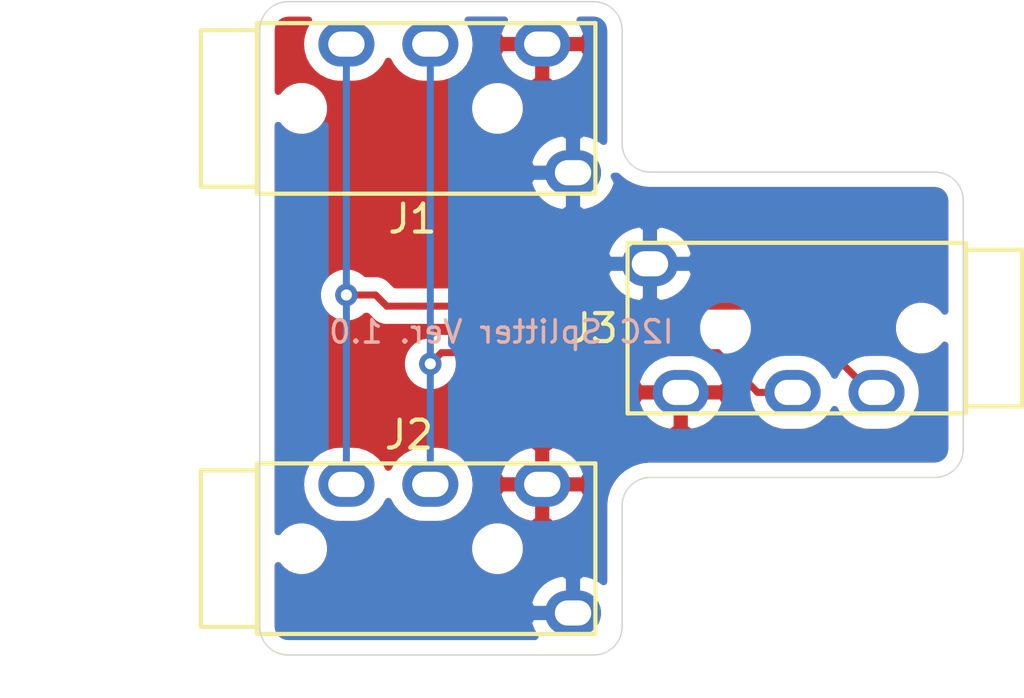
<source format=kicad_pcb>
(kicad_pcb (version 20171130) (host pcbnew 5.1.5-52549c5~84~ubuntu16.04.1)

  (general
    (thickness 1.6)
    (drawings 19)
    (tracks 17)
    (zones 0)
    (modules 3)
    (nets 5)
  )

  (page USLetter)
  (title_block
    (title "I2C Splitter")
    (date 2019-09-13)
    (rev 1.0)
    (comment 1 "Copyright 2019 Don Haig (accessible.aac at gmail dot com)")
    (comment 2 http://creativecommons.org/licenses/by-sa/4.0/)
    (comment 3 "Creative Commons Attribution-ShareAlike 4.0 International License")
    (comment 4 "This work is licensed under a:")
  )

  (layers
    (0 F.Cu signal)
    (31 B.Cu signal)
    (32 B.Adhes user hide)
    (33 F.Adhes user hide)
    (34 B.Paste user)
    (35 F.Paste user)
    (36 B.SilkS user)
    (37 F.SilkS user)
    (38 B.Mask user)
    (39 F.Mask user)
    (40 Dwgs.User user)
    (41 Cmts.User user)
    (42 Eco1.User user)
    (43 Eco2.User user)
    (44 Edge.Cuts user)
    (45 Margin user)
    (46 B.CrtYd user)
    (47 F.CrtYd user)
    (48 B.Fab user)
    (49 F.Fab user)
  )

  (setup
    (last_trace_width 0.25)
    (trace_clearance 0.2)
    (zone_clearance 0.508)
    (zone_45_only no)
    (trace_min 0.2)
    (via_size 0.8)
    (via_drill 0.4)
    (via_min_size 0.4)
    (via_min_drill 0.3)
    (uvia_size 0.3)
    (uvia_drill 0.1)
    (uvias_allowed no)
    (uvia_min_size 0.2)
    (uvia_min_drill 0.1)
    (edge_width 0.05)
    (segment_width 0.2)
    (pcb_text_width 0.3)
    (pcb_text_size 1.5 1.5)
    (mod_edge_width 0.12)
    (mod_text_size 1 1)
    (mod_text_width 0.15)
    (pad_size 1.524 1.524)
    (pad_drill 0.762)
    (pad_to_mask_clearance 0.051)
    (solder_mask_min_width 0.25)
    (aux_axis_origin 0 0)
    (visible_elements FFFFFF7F)
    (pcbplotparams
      (layerselection 0x010f0_ffffffff)
      (usegerberextensions true)
      (usegerberattributes false)
      (usegerberadvancedattributes false)
      (creategerberjobfile false)
      (excludeedgelayer true)
      (linewidth 0.100000)
      (plotframeref false)
      (viasonmask false)
      (mode 1)
      (useauxorigin false)
      (hpglpennumber 1)
      (hpglpenspeed 20)
      (hpglpendiameter 15.000000)
      (psnegative false)
      (psa4output false)
      (plotreference true)
      (plotvalue true)
      (plotinvisibletext false)
      (padsonsilk false)
      (subtractmaskfromsilk false)
      (outputformat 1)
      (mirror false)
      (drillshape 0)
      (scaleselection 1)
      (outputdirectory "gerber/"))
  )

  (net 0 "")
  (net 1 /Gnd)
  (net 2 /V)
  (net 3 /SDA)
  (net 4 /SCL)

  (net_class Default "This is the default net class."
    (clearance 0.2)
    (trace_width 0.25)
    (via_dia 0.8)
    (via_drill 0.4)
    (uvia_dia 0.3)
    (uvia_drill 0.1)
    (add_net /Gnd)
    (add_net /SCL)
    (add_net /SDA)
    (add_net /V)
  )

  (module dbh_kicad_library:PJ-320A (layer F.Cu) (tedit 5C8461F3) (tstamp 5CCF8481)
    (at 151.384 99.568 180)
    (path /5CCFC37F)
    (fp_text reference J3 (at 10.16 2.032) (layer F.SilkS)
      (effects (font (size 1 1) (thickness 0.15)))
    )
    (fp_text value PJ320A (at 1.48 3.97) (layer F.Fab)
      (effects (font (size 1 1) (thickness 0.15)))
    )
    (fp_line (start -5.15 -0.76) (end -5.15 4.84) (layer F.SilkS) (width 0.15))
    (fp_line (start -3.15 4.84) (end -5.15 4.84) (layer F.SilkS) (width 0.15))
    (fp_line (start -3.15 -0.76) (end -5.15 -0.76) (layer F.SilkS) (width 0.15))
    (fp_line (start -3.15 5.09) (end 8.95 5.09) (layer F.SilkS) (width 0.15))
    (fp_line (start -3.15 -1.01) (end 8.95 -1.01) (layer F.SilkS) (width 0.15))
    (fp_line (start 8.95 -1.01) (end 8.95 5.09) (layer F.SilkS) (width 0.15))
    (fp_line (start -3.15 -1.01) (end -3.15 5.09) (layer F.SilkS) (width 0.15))
    (pad 5 thru_hole oval (at 8.15 4.34 270) (size 1.6 2) (drill oval 0.9 1.3) (layers *.Cu *.Mask)
      (net 1 /Gnd))
    (pad 4 thru_hole oval (at 7.05 -0.26 270) (size 1.6 2) (drill oval 0.9 1.3) (layers *.Cu *.Mask)
      (net 2 /V))
    (pad 2 thru_hole oval (at 0.05 -0.26 270) (size 1.6 2) (drill oval 0.9 1.3) (layers *.Cu *.Mask)
      (net 3 /SDA))
    (pad "" np_thru_hole circle (at 5.45 2.04 270) (size 0.8 0.8) (drill 0.8) (layers *.Cu *.Mask))
    (pad "" np_thru_hole circle (at -1.55 2.04 270) (size 0.8 0.8) (drill 0.8) (layers *.Cu *.Mask))
    (pad 3 thru_hole oval (at 3.05 -0.26 270) (size 1.6 2) (drill oval 0.9 1.3) (layers *.Cu *.Mask)
      (net 4 /SCL))
    (model /home/don/projects/github/Accessible-AAC/Hardware/KiCad_libraries/3D_models/pj320a.wrl
      (offset (xyz -3.35 -2 0))
      (scale (xyz 1 1 1))
      (rotate (xyz 0 0 90))
    )
    (model /home/don/kicad/libraries/dbh_kicad_library/3D_models/pj320a/pj320a.wrl
      (offset (xyz -3.35 -2.1 0))
      (scale (xyz 1 1 1))
      (rotate (xyz 0 0 0))
    )
  )

  (module dbh_kicad_library:PJ-320A (layer F.Cu) (tedit 5C8461F3) (tstamp 5CCF8470)
    (at 132.334 103.378)
    (path /5CCFBE46)
    (fp_text reference J2 (at 2.286 -2.032) (layer F.SilkS)
      (effects (font (size 1 1) (thickness 0.15)))
    )
    (fp_text value PJ320A (at 1.48 3.97) (layer F.Fab)
      (effects (font (size 1 1) (thickness 0.15)))
    )
    (fp_line (start -5.15 -0.76) (end -5.15 4.84) (layer F.SilkS) (width 0.15))
    (fp_line (start -3.15 4.84) (end -5.15 4.84) (layer F.SilkS) (width 0.15))
    (fp_line (start -3.15 -0.76) (end -5.15 -0.76) (layer F.SilkS) (width 0.15))
    (fp_line (start -3.15 5.09) (end 8.95 5.09) (layer F.SilkS) (width 0.15))
    (fp_line (start -3.15 -1.01) (end 8.95 -1.01) (layer F.SilkS) (width 0.15))
    (fp_line (start 8.95 -1.01) (end 8.95 5.09) (layer F.SilkS) (width 0.15))
    (fp_line (start -3.15 -1.01) (end -3.15 5.09) (layer F.SilkS) (width 0.15))
    (pad 5 thru_hole oval (at 8.15 4.34 90) (size 1.6 2) (drill oval 0.9 1.3) (layers *.Cu *.Mask)
      (net 1 /Gnd))
    (pad 4 thru_hole oval (at 7.05 -0.26 90) (size 1.6 2) (drill oval 0.9 1.3) (layers *.Cu *.Mask)
      (net 2 /V))
    (pad 2 thru_hole oval (at 0.05 -0.26 90) (size 1.6 2) (drill oval 0.9 1.3) (layers *.Cu *.Mask)
      (net 3 /SDA))
    (pad "" np_thru_hole circle (at 5.45 2.04 90) (size 0.8 0.8) (drill 0.8) (layers *.Cu *.Mask))
    (pad "" np_thru_hole circle (at -1.55 2.04 90) (size 0.8 0.8) (drill 0.8) (layers *.Cu *.Mask))
    (pad 3 thru_hole oval (at 3.05 -0.26 90) (size 1.6 2) (drill oval 0.9 1.3) (layers *.Cu *.Mask)
      (net 4 /SCL))
    (model /home/don/projects/github/Accessible-AAC/Hardware/KiCad_libraries/3D_models/pj320a.wrl
      (offset (xyz -3.35 -2 0))
      (scale (xyz 1 1 1))
      (rotate (xyz 0 0 90))
    )
    (model /home/don/kicad/libraries/dbh_kicad_library/3D_models/pj320a/pj320a.wrl
      (offset (xyz -3.35 -2.1 0))
      (scale (xyz 1 1 1))
      (rotate (xyz 0 0 0))
    )
  )

  (module dbh_kicad_library:PJ-320A (layer F.Cu) (tedit 5C8461F3) (tstamp 5CCF845F)
    (at 132.334 87.63)
    (path /5CCF9B2D)
    (fp_text reference J1 (at 2.41 5.99) (layer F.SilkS)
      (effects (font (size 1 1) (thickness 0.15)))
    )
    (fp_text value PJ320A (at 1.48 3.97) (layer F.Fab)
      (effects (font (size 1 1) (thickness 0.15)))
    )
    (fp_line (start -5.15 -0.76) (end -5.15 4.84) (layer F.SilkS) (width 0.15))
    (fp_line (start -3.15 4.84) (end -5.15 4.84) (layer F.SilkS) (width 0.15))
    (fp_line (start -3.15 -0.76) (end -5.15 -0.76) (layer F.SilkS) (width 0.15))
    (fp_line (start -3.15 5.09) (end 8.95 5.09) (layer F.SilkS) (width 0.15))
    (fp_line (start -3.15 -1.01) (end 8.95 -1.01) (layer F.SilkS) (width 0.15))
    (fp_line (start 8.95 -1.01) (end 8.95 5.09) (layer F.SilkS) (width 0.15))
    (fp_line (start -3.15 -1.01) (end -3.15 5.09) (layer F.SilkS) (width 0.15))
    (pad 5 thru_hole oval (at 8.15 4.34 90) (size 1.6 2) (drill oval 0.9 1.3) (layers *.Cu *.Mask)
      (net 1 /Gnd))
    (pad 4 thru_hole oval (at 7.05 -0.26 90) (size 1.6 2) (drill oval 0.9 1.3) (layers *.Cu *.Mask)
      (net 2 /V))
    (pad 2 thru_hole oval (at 0.05 -0.26 90) (size 1.6 2) (drill oval 0.9 1.3) (layers *.Cu *.Mask)
      (net 3 /SDA))
    (pad "" np_thru_hole circle (at 5.45 2.04 90) (size 0.8 0.8) (drill 0.8) (layers *.Cu *.Mask))
    (pad "" np_thru_hole circle (at -1.55 2.04 90) (size 0.8 0.8) (drill 0.8) (layers *.Cu *.Mask))
    (pad 3 thru_hole oval (at 3.05 -0.26 90) (size 1.6 2) (drill oval 0.9 1.3) (layers *.Cu *.Mask)
      (net 4 /SCL))
    (model /home/don/projects/github/Accessible-AAC/Hardware/KiCad_libraries/3D_models/pj320a.wrl
      (offset (xyz -3.35 -2 0))
      (scale (xyz 1 1 1))
      (rotate (xyz 0 0 90))
    )
    (model /home/don/kicad/libraries/dbh_kicad_library/3D_models/pj320a/pj320a.wrl
      (offset (xyz -3.35 -2.1 0))
      (scale (xyz 1 1 1))
      (rotate (xyz 0 0 0))
    )
  )

  (dimension 12.954 (width 0.15) (layer Dwgs.User)
    (gr_text "12.954 mm" (at 135.763 111.409) (layer Dwgs.User)
      (effects (font (size 1 1) (thickness 0.15)))
    )
    (feature1 (pts (xy 142.24 108.331) (xy 142.24 110.695421)))
    (feature2 (pts (xy 129.286 108.331) (xy 129.286 110.695421)))
    (crossbar (pts (xy 129.286 110.109) (xy 142.24 110.109)))
    (arrow1a (pts (xy 142.24 110.109) (xy 141.113496 110.695421)))
    (arrow1b (pts (xy 142.24 110.109) (xy 141.113496 109.522579)))
    (arrow2a (pts (xy 129.286 110.109) (xy 130.412504 110.695421)))
    (arrow2b (pts (xy 129.286 110.109) (xy 130.412504 109.522579)))
  )
  (dimension 23.368 (width 0.12) (layer Dwgs.User)
    (gr_text "23.368 mm" (at 123.698 97.536 270) (layer Dwgs.User)
      (effects (font (size 1 1) (thickness 0.15)))
    )
    (feature1 (pts (xy 130.429 109.22) (xy 124.381579 109.22)))
    (feature2 (pts (xy 130.429 85.852) (xy 124.381579 85.852)))
    (crossbar (pts (xy 124.968 85.852) (xy 124.968 109.22)))
    (arrow1a (pts (xy 124.968 109.22) (xy 124.381579 108.093496)))
    (arrow1b (pts (xy 124.968 109.22) (xy 125.554421 108.093496)))
    (arrow2a (pts (xy 124.968 85.852) (xy 124.381579 86.978504)))
    (arrow2b (pts (xy 124.968 85.852) (xy 125.554421 86.978504)))
  )
  (gr_arc (start 143.256 90.932) (end 142.24 90.932) (angle -90) (layer Edge.Cuts) (width 0.05) (tstamp 5CCF86F2))
  (gr_line (start 142.24 103.886) (end 142.24 108.204) (layer Edge.Cuts) (width 0.05) (tstamp 5CCF86CC))
  (gr_line (start 142.24 86.868) (end 142.24 90.932) (layer Edge.Cuts) (width 0.05) (tstamp 5CCF86CB))
  (gr_line (start 129.286 86.868) (end 129.286 108.204) (layer Edge.Cuts) (width 0.05) (tstamp 5CCF86C7))
  (gr_line (start 154.432 92.964) (end 154.432 101.854) (layer Edge.Cuts) (width 0.05) (tstamp 5CCF8627))
  (gr_line (start 143.256 102.87) (end 153.416 102.87) (layer Edge.Cuts) (width 0.05) (tstamp 5CCF861E))
  (gr_line (start 143.256 91.948) (end 153.416 91.948) (layer Edge.Cuts) (width 0.05))
  (gr_arc (start 143.256 103.886) (end 143.256 102.87) (angle -90) (layer Edge.Cuts) (width 0.05) (tstamp 5CCF8612))
  (gr_arc (start 153.416 101.854) (end 153.416 102.87) (angle -90) (layer Edge.Cuts) (width 0.05) (tstamp 5CCF860B))
  (gr_arc (start 153.416 92.964) (end 154.432 92.964) (angle -90) (layer Edge.Cuts) (width 0.05) (tstamp 5CCF8609))
  (gr_line (start 141.224 109.22) (end 130.302 109.22) (layer Edge.Cuts) (width 0.05) (tstamp 5CCF85F9))
  (gr_line (start 130.302 85.852) (end 141.224 85.852) (layer Edge.Cuts) (width 0.05) (tstamp 5CCF86A3))
  (gr_arc (start 141.224 108.204) (end 142.24 108.204) (angle 90) (layer Edge.Cuts) (width 0.05) (tstamp 5CCF85DF))
  (gr_arc (start 130.302 108.204) (end 130.302 109.22) (angle 90) (layer Edge.Cuts) (width 0.05) (tstamp 5CCF85DE))
  (gr_arc (start 141.224 86.868) (end 142.24 86.868) (angle -90) (layer Edge.Cuts) (width 0.05) (tstamp 5CCF86A6))
  (gr_arc (start 130.302 86.868) (end 130.302 85.852) (angle -90) (layer Edge.Cuts) (width 0.05) (tstamp 5CCF86A9))
  (gr_text "I2C Splitter Ver. 1.0" (at 137.922 97.663) (layer B.SilkS)
    (effects (font (size 0.8 0.8) (thickness 0.125)) (justify mirror))
  )

  (segment (start 132.384 102.068) (end 132.384 96.343) (width 0.25) (layer B.Cu) (net 3))
  (segment (start 132.384 103.118) (end 132.384 102.068) (width 0.25) (layer B.Cu) (net 3))
  (segment (start 132.384 96.343) (end 132.384 87.37) (width 0.25) (layer B.Cu) (net 3) (tstamp 5D7BE37C))
  (via (at 132.384 96.343) (size 0.8) (drill 0.4) (layers F.Cu B.Cu) (net 3))
  (segment (start 148.048999 96.742999) (end 133.826999 96.742999) (width 0.25) (layer F.Cu) (net 3))
  (segment (start 151.134 99.828) (end 148.048999 96.742999) (width 0.25) (layer F.Cu) (net 3))
  (segment (start 151.334 99.828) (end 151.134 99.828) (width 0.25) (layer F.Cu) (net 3))
  (segment (start 133.427 96.343) (end 132.384 96.343) (width 0.25) (layer F.Cu) (net 3))
  (segment (start 133.826999 96.742999) (end 133.427 96.343) (width 0.25) (layer F.Cu) (net 3))
  (segment (start 135.384 102.068) (end 135.384 98.296) (width 0.25) (layer B.Cu) (net 4))
  (segment (start 135.384 103.118) (end 135.384 102.068) (width 0.25) (layer B.Cu) (net 4))
  (segment (start 135.384 98.296) (end 135.384 87.37) (width 0.25) (layer B.Cu) (net 4) (tstamp 5D7BE388))
  (via (at 135.384 98.806) (size 0.8) (drill 0.4) (layers F.Cu B.Cu) (net 4))
  (segment (start 145.662001 98.406001) (end 147.084 99.828) (width 0.25) (layer F.Cu) (net 4))
  (segment (start 135.783999 98.406001) (end 145.662001 98.406001) (width 0.25) (layer F.Cu) (net 4))
  (segment (start 147.084 99.828) (end 148.334 99.828) (width 0.25) (layer F.Cu) (net 4))
  (segment (start 135.384 98.806) (end 135.783999 98.406001) (width 0.25) (layer F.Cu) (net 4))

  (zone (net 1) (net_name /Gnd) (layer B.Cu) (tstamp 5D82BC35) (hatch edge 0.508)
    (connect_pads (clearance 0.508))
    (min_thickness 0.254)
    (fill yes (arc_segments 32) (thermal_gap 0.508) (thermal_bridge_width 0.508))
    (polygon
      (pts
        (xy 153.543 102.616) (xy 142.875 102.616) (xy 142.494 102.87) (xy 142.113 103.378) (xy 142.113 108.331)
        (xy 141.986 108.712) (xy 141.224 109.093) (xy 130.302 109.093) (xy 129.794 108.839) (xy 129.413 108.331)
        (xy 129.413 86.741) (xy 129.667 86.233) (xy 130.302 85.979) (xy 141.351 85.979) (xy 141.859 86.36)
        (xy 142.113 86.868) (xy 142.113 91.313) (xy 142.367 91.821) (xy 143.002 92.075) (xy 153.543 92.075)
        (xy 154.051 92.329) (xy 154.305 92.837) (xy 154.305 102.108) (xy 154.051 102.489)
      )
    )
    (filled_polygon
      (pts
        (xy 137.985068 86.568899) (xy 137.851818 86.818192) (xy 137.769764 87.088691) (xy 137.742057 87.37) (xy 137.769764 87.651309)
        (xy 137.851818 87.921808) (xy 137.985068 88.171101) (xy 138.164392 88.389608) (xy 138.382899 88.568932) (xy 138.632192 88.702182)
        (xy 138.902691 88.784236) (xy 139.113508 88.805) (xy 139.654492 88.805) (xy 139.865309 88.784236) (xy 140.135808 88.702182)
        (xy 140.385101 88.568932) (xy 140.603608 88.389608) (xy 140.782932 88.171101) (xy 140.916182 87.921808) (xy 140.998236 87.651309)
        (xy 141.025943 87.37) (xy 140.998236 87.088691) (xy 140.916182 86.818192) (xy 140.782932 86.568899) (xy 140.736236 86.512)
        (xy 141.191719 86.512) (xy 141.292533 86.521885) (xy 141.358457 86.541789) (xy 141.419255 86.574115) (xy 141.472619 86.617639)
        (xy 141.516512 86.670696) (xy 141.549266 86.731271) (xy 141.569628 86.797053) (xy 141.58 86.895731) (xy 141.580001 90.846195)
        (xy 141.373227 90.70557) (xy 141.113306 90.595404) (xy 140.836887 90.538063) (xy 140.611 90.690526) (xy 140.611 91.843)
        (xy 140.631 91.843) (xy 140.631 92.097) (xy 140.611 92.097) (xy 140.611 93.249474) (xy 140.836887 93.401937)
        (xy 141.113306 93.344596) (xy 141.373227 93.23443) (xy 141.606662 93.075673) (xy 141.804639 92.874425) (xy 141.959551 92.638421)
        (xy 142.065444 92.37673) (xy 142.075904 92.319039) (xy 141.953916 92.097002) (xy 142.055096 92.097002) (xy 142.073969 92.115744)
        (xy 142.115851 92.158513) (xy 142.122952 92.164387) (xy 142.276614 92.289711) (xy 142.326423 92.322803) (xy 142.375795 92.35661)
        (xy 142.383902 92.360993) (xy 142.55898 92.454084) (xy 142.614275 92.476875) (xy 142.66927 92.500446) (xy 142.678074 92.503171)
        (xy 142.8679 92.560482) (xy 142.926566 92.572098) (xy 142.985087 92.584537) (xy 142.994252 92.5855) (xy 143.191593 92.60485)
        (xy 143.191598 92.60485) (xy 143.223581 92.608) (xy 153.383719 92.608) (xy 153.484533 92.617885) (xy 153.550457 92.637789)
        (xy 153.611255 92.670115) (xy 153.664619 92.713639) (xy 153.708512 92.766696) (xy 153.741266 92.827271) (xy 153.761628 92.893053)
        (xy 153.772 92.991731) (xy 153.772 96.919206) (xy 153.737937 96.868226) (xy 153.593774 96.724063) (xy 153.424256 96.610795)
        (xy 153.235898 96.532774) (xy 153.035939 96.493) (xy 152.832061 96.493) (xy 152.632102 96.532774) (xy 152.443744 96.610795)
        (xy 152.274226 96.724063) (xy 152.130063 96.868226) (xy 152.016795 97.037744) (xy 151.938774 97.226102) (xy 151.899 97.426061)
        (xy 151.899 97.629939) (xy 151.938774 97.829898) (xy 152.016795 98.018256) (xy 152.130063 98.187774) (xy 152.274226 98.331937)
        (xy 152.443744 98.445205) (xy 152.632102 98.523226) (xy 152.832061 98.563) (xy 153.035939 98.563) (xy 153.235898 98.523226)
        (xy 153.424256 98.445205) (xy 153.593774 98.331937) (xy 153.737937 98.187774) (xy 153.772001 98.136794) (xy 153.772001 101.821709)
        (xy 153.762115 101.922531) (xy 153.742211 101.988458) (xy 153.709885 102.049255) (xy 153.666362 102.102618) (xy 153.6133 102.146515)
        (xy 153.552727 102.179266) (xy 153.486947 102.199628) (xy 153.388269 102.21) (xy 143.223581 102.21) (xy 143.195309 102.212784)
        (xy 143.189088 102.212741) (xy 143.179917 102.213641) (xy 142.982715 102.234368) (xy 142.924151 102.24639) (xy 142.865362 102.257604)
        (xy 142.85654 102.260268) (xy 142.667118 102.318903) (xy 142.612005 102.342071) (xy 142.556507 102.364493) (xy 142.548371 102.36882)
        (xy 142.373947 102.46313) (xy 142.324331 102.496597) (xy 142.274301 102.529335) (xy 142.26716 102.535159) (xy 142.114376 102.661553)
        (xy 142.072237 102.703988) (xy 142.029487 102.745851) (xy 142.023613 102.752952) (xy 141.898289 102.906614) (xy 141.865174 102.956456)
        (xy 141.83139 103.005796) (xy 141.827007 103.013902) (xy 141.733916 103.18898) (xy 141.711125 103.244275) (xy 141.687554 103.29927)
        (xy 141.684829 103.308073) (xy 141.627518 103.4979) (xy 141.6159 103.55658) (xy 141.603463 103.615087) (xy 141.6025 103.624252)
        (xy 141.58315 103.821594) (xy 141.58315 103.821599) (xy 141.58 103.853582) (xy 141.580001 106.594195) (xy 141.373227 106.45357)
        (xy 141.113306 106.343404) (xy 140.836887 106.286063) (xy 140.611 106.438526) (xy 140.611 107.591) (xy 140.631 107.591)
        (xy 140.631 107.845) (xy 140.611 107.845) (xy 140.611 107.865) (xy 140.357 107.865) (xy 140.357 107.845)
        (xy 139.014085 107.845) (xy 138.892096 108.067039) (xy 138.902556 108.12473) (xy 139.008449 108.386421) (xy 139.122386 108.56)
        (xy 130.334281 108.56) (xy 130.233469 108.550115) (xy 130.167542 108.530211) (xy 130.106745 108.497885) (xy 130.053382 108.454362)
        (xy 130.009485 108.4013) (xy 129.976734 108.340727) (xy 129.956372 108.274947) (xy 129.946 108.176269) (xy 129.946 107.368961)
        (xy 138.892096 107.368961) (xy 139.014085 107.591) (xy 140.357 107.591) (xy 140.357 106.438526) (xy 140.131113 106.286063)
        (xy 139.854694 106.343404) (xy 139.594773 106.45357) (xy 139.361338 106.612327) (xy 139.163361 106.813575) (xy 139.008449 107.049579)
        (xy 138.902556 107.31127) (xy 138.892096 107.368961) (xy 129.946 107.368961) (xy 129.946 106.026795) (xy 129.980063 106.077774)
        (xy 130.124226 106.221937) (xy 130.293744 106.335205) (xy 130.482102 106.413226) (xy 130.682061 106.453) (xy 130.885939 106.453)
        (xy 131.085898 106.413226) (xy 131.274256 106.335205) (xy 131.443774 106.221937) (xy 131.587937 106.077774) (xy 131.701205 105.908256)
        (xy 131.779226 105.719898) (xy 131.819 105.519939) (xy 131.819 105.316061) (xy 136.749 105.316061) (xy 136.749 105.519939)
        (xy 136.788774 105.719898) (xy 136.866795 105.908256) (xy 136.980063 106.077774) (xy 137.124226 106.221937) (xy 137.293744 106.335205)
        (xy 137.482102 106.413226) (xy 137.682061 106.453) (xy 137.885939 106.453) (xy 138.085898 106.413226) (xy 138.274256 106.335205)
        (xy 138.443774 106.221937) (xy 138.587937 106.077774) (xy 138.701205 105.908256) (xy 138.779226 105.719898) (xy 138.819 105.519939)
        (xy 138.819 105.316061) (xy 138.779226 105.116102) (xy 138.701205 104.927744) (xy 138.587937 104.758226) (xy 138.443774 104.614063)
        (xy 138.274256 104.500795) (xy 138.085898 104.422774) (xy 137.885939 104.383) (xy 137.682061 104.383) (xy 137.482102 104.422774)
        (xy 137.293744 104.500795) (xy 137.124226 104.614063) (xy 136.980063 104.758226) (xy 136.866795 104.927744) (xy 136.788774 105.116102)
        (xy 136.749 105.316061) (xy 131.819 105.316061) (xy 131.779226 105.116102) (xy 131.701205 104.927744) (xy 131.587937 104.758226)
        (xy 131.443774 104.614063) (xy 131.274256 104.500795) (xy 131.085898 104.422774) (xy 130.885939 104.383) (xy 130.682061 104.383)
        (xy 130.482102 104.422774) (xy 130.293744 104.500795) (xy 130.124226 104.614063) (xy 129.980063 104.758226) (xy 129.946 104.809205)
        (xy 129.946 90.278795) (xy 129.980063 90.329774) (xy 130.124226 90.473937) (xy 130.293744 90.587205) (xy 130.482102 90.665226)
        (xy 130.682061 90.705) (xy 130.885939 90.705) (xy 131.085898 90.665226) (xy 131.274256 90.587205) (xy 131.443774 90.473937)
        (xy 131.587937 90.329774) (xy 131.624001 90.275801) (xy 131.624 95.639289) (xy 131.580063 95.683226) (xy 131.466795 95.852744)
        (xy 131.388774 96.041102) (xy 131.349 96.241061) (xy 131.349 96.444939) (xy 131.388774 96.644898) (xy 131.466795 96.833256)
        (xy 131.580063 97.002774) (xy 131.624001 97.046712) (xy 131.624 101.790197) (xy 131.382899 101.919068) (xy 131.164392 102.098392)
        (xy 130.985068 102.316899) (xy 130.851818 102.566192) (xy 130.769764 102.836691) (xy 130.742057 103.118) (xy 130.769764 103.399309)
        (xy 130.851818 103.669808) (xy 130.985068 103.919101) (xy 131.164392 104.137608) (xy 131.382899 104.316932) (xy 131.632192 104.450182)
        (xy 131.902691 104.532236) (xy 132.113508 104.553) (xy 132.654492 104.553) (xy 132.865309 104.532236) (xy 133.135808 104.450182)
        (xy 133.385101 104.316932) (xy 133.603608 104.137608) (xy 133.782932 103.919101) (xy 133.884 103.730016) (xy 133.985068 103.919101)
        (xy 134.164392 104.137608) (xy 134.382899 104.316932) (xy 134.632192 104.450182) (xy 134.902691 104.532236) (xy 135.113508 104.553)
        (xy 135.654492 104.553) (xy 135.865309 104.532236) (xy 136.135808 104.450182) (xy 136.385101 104.316932) (xy 136.603608 104.137608)
        (xy 136.782932 103.919101) (xy 136.916182 103.669808) (xy 136.998236 103.399309) (xy 137.025943 103.118) (xy 137.742057 103.118)
        (xy 137.769764 103.399309) (xy 137.851818 103.669808) (xy 137.985068 103.919101) (xy 138.164392 104.137608) (xy 138.382899 104.316932)
        (xy 138.632192 104.450182) (xy 138.902691 104.532236) (xy 139.113508 104.553) (xy 139.654492 104.553) (xy 139.865309 104.532236)
        (xy 140.135808 104.450182) (xy 140.385101 104.316932) (xy 140.603608 104.137608) (xy 140.782932 103.919101) (xy 140.916182 103.669808)
        (xy 140.998236 103.399309) (xy 141.025943 103.118) (xy 140.998236 102.836691) (xy 140.916182 102.566192) (xy 140.782932 102.316899)
        (xy 140.603608 102.098392) (xy 140.385101 101.919068) (xy 140.135808 101.785818) (xy 139.865309 101.703764) (xy 139.654492 101.683)
        (xy 139.113508 101.683) (xy 138.902691 101.703764) (xy 138.632192 101.785818) (xy 138.382899 101.919068) (xy 138.164392 102.098392)
        (xy 137.985068 102.316899) (xy 137.851818 102.566192) (xy 137.769764 102.836691) (xy 137.742057 103.118) (xy 137.025943 103.118)
        (xy 136.998236 102.836691) (xy 136.916182 102.566192) (xy 136.782932 102.316899) (xy 136.603608 102.098392) (xy 136.385101 101.919068)
        (xy 136.144 101.790197) (xy 136.144 99.828) (xy 142.692057 99.828) (xy 142.719764 100.109309) (xy 142.801818 100.379808)
        (xy 142.935068 100.629101) (xy 143.114392 100.847608) (xy 143.332899 101.026932) (xy 143.582192 101.160182) (xy 143.852691 101.242236)
        (xy 144.063508 101.263) (xy 144.604492 101.263) (xy 144.815309 101.242236) (xy 145.085808 101.160182) (xy 145.335101 101.026932)
        (xy 145.553608 100.847608) (xy 145.732932 100.629101) (xy 145.866182 100.379808) (xy 145.948236 100.109309) (xy 145.975943 99.828)
        (xy 146.692057 99.828) (xy 146.719764 100.109309) (xy 146.801818 100.379808) (xy 146.935068 100.629101) (xy 147.114392 100.847608)
        (xy 147.332899 101.026932) (xy 147.582192 101.160182) (xy 147.852691 101.242236) (xy 148.063508 101.263) (xy 148.604492 101.263)
        (xy 148.815309 101.242236) (xy 149.085808 101.160182) (xy 149.335101 101.026932) (xy 149.553608 100.847608) (xy 149.732932 100.629101)
        (xy 149.834 100.440016) (xy 149.935068 100.629101) (xy 150.114392 100.847608) (xy 150.332899 101.026932) (xy 150.582192 101.160182)
        (xy 150.852691 101.242236) (xy 151.063508 101.263) (xy 151.604492 101.263) (xy 151.815309 101.242236) (xy 152.085808 101.160182)
        (xy 152.335101 101.026932) (xy 152.553608 100.847608) (xy 152.732932 100.629101) (xy 152.866182 100.379808) (xy 152.948236 100.109309)
        (xy 152.975943 99.828) (xy 152.948236 99.546691) (xy 152.866182 99.276192) (xy 152.732932 99.026899) (xy 152.553608 98.808392)
        (xy 152.335101 98.629068) (xy 152.085808 98.495818) (xy 151.815309 98.413764) (xy 151.604492 98.393) (xy 151.063508 98.393)
        (xy 150.852691 98.413764) (xy 150.582192 98.495818) (xy 150.332899 98.629068) (xy 150.114392 98.808392) (xy 149.935068 99.026899)
        (xy 149.834 99.215984) (xy 149.732932 99.026899) (xy 149.553608 98.808392) (xy 149.335101 98.629068) (xy 149.085808 98.495818)
        (xy 148.815309 98.413764) (xy 148.604492 98.393) (xy 148.063508 98.393) (xy 147.852691 98.413764) (xy 147.582192 98.495818)
        (xy 147.332899 98.629068) (xy 147.114392 98.808392) (xy 146.935068 99.026899) (xy 146.801818 99.276192) (xy 146.719764 99.546691)
        (xy 146.692057 99.828) (xy 145.975943 99.828) (xy 145.948236 99.546691) (xy 145.866182 99.276192) (xy 145.732932 99.026899)
        (xy 145.553608 98.808392) (xy 145.335101 98.629068) (xy 145.085808 98.495818) (xy 144.815309 98.413764) (xy 144.604492 98.393)
        (xy 144.063508 98.393) (xy 143.852691 98.413764) (xy 143.582192 98.495818) (xy 143.332899 98.629068) (xy 143.114392 98.808392)
        (xy 142.935068 99.026899) (xy 142.801818 99.276192) (xy 142.719764 99.546691) (xy 142.692057 99.828) (xy 136.144 99.828)
        (xy 136.144 99.509711) (xy 136.187937 99.465774) (xy 136.301205 99.296256) (xy 136.379226 99.107898) (xy 136.419 98.907939)
        (xy 136.419 98.704061) (xy 136.379226 98.504102) (xy 136.301205 98.315744) (xy 136.187937 98.146226) (xy 136.144 98.102289)
        (xy 136.144 97.426061) (xy 144.899 97.426061) (xy 144.899 97.629939) (xy 144.938774 97.829898) (xy 145.016795 98.018256)
        (xy 145.130063 98.187774) (xy 145.274226 98.331937) (xy 145.443744 98.445205) (xy 145.632102 98.523226) (xy 145.832061 98.563)
        (xy 146.035939 98.563) (xy 146.235898 98.523226) (xy 146.424256 98.445205) (xy 146.593774 98.331937) (xy 146.737937 98.187774)
        (xy 146.851205 98.018256) (xy 146.929226 97.829898) (xy 146.969 97.629939) (xy 146.969 97.426061) (xy 146.929226 97.226102)
        (xy 146.851205 97.037744) (xy 146.737937 96.868226) (xy 146.593774 96.724063) (xy 146.424256 96.610795) (xy 146.235898 96.532774)
        (xy 146.035939 96.493) (xy 145.832061 96.493) (xy 145.632102 96.532774) (xy 145.443744 96.610795) (xy 145.274226 96.724063)
        (xy 145.130063 96.868226) (xy 145.016795 97.037744) (xy 144.938774 97.226102) (xy 144.899 97.426061) (xy 136.144 97.426061)
        (xy 136.144 95.577039) (xy 141.642096 95.577039) (xy 141.652556 95.63473) (xy 141.758449 95.896421) (xy 141.913361 96.132425)
        (xy 142.111338 96.333673) (xy 142.344773 96.49243) (xy 142.604694 96.602596) (xy 142.881113 96.659937) (xy 143.107 96.507474)
        (xy 143.107 95.355) (xy 143.361 95.355) (xy 143.361 96.507474) (xy 143.586887 96.659937) (xy 143.863306 96.602596)
        (xy 144.123227 96.49243) (xy 144.356662 96.333673) (xy 144.554639 96.132425) (xy 144.709551 95.896421) (xy 144.815444 95.63473)
        (xy 144.825904 95.577039) (xy 144.703915 95.355) (xy 143.361 95.355) (xy 143.107 95.355) (xy 141.764085 95.355)
        (xy 141.642096 95.577039) (xy 136.144 95.577039) (xy 136.144 94.878961) (xy 141.642096 94.878961) (xy 141.764085 95.101)
        (xy 143.107 95.101) (xy 143.107 93.948526) (xy 143.361 93.948526) (xy 143.361 95.101) (xy 144.703915 95.101)
        (xy 144.825904 94.878961) (xy 144.815444 94.82127) (xy 144.709551 94.559579) (xy 144.554639 94.323575) (xy 144.356662 94.122327)
        (xy 144.123227 93.96357) (xy 143.863306 93.853404) (xy 143.586887 93.796063) (xy 143.361 93.948526) (xy 143.107 93.948526)
        (xy 142.881113 93.796063) (xy 142.604694 93.853404) (xy 142.344773 93.96357) (xy 142.111338 94.122327) (xy 141.913361 94.323575)
        (xy 141.758449 94.559579) (xy 141.652556 94.82127) (xy 141.642096 94.878961) (xy 136.144 94.878961) (xy 136.144 92.319039)
        (xy 138.892096 92.319039) (xy 138.902556 92.37673) (xy 139.008449 92.638421) (xy 139.163361 92.874425) (xy 139.361338 93.075673)
        (xy 139.594773 93.23443) (xy 139.854694 93.344596) (xy 140.131113 93.401937) (xy 140.357 93.249474) (xy 140.357 92.097)
        (xy 139.014085 92.097) (xy 138.892096 92.319039) (xy 136.144 92.319039) (xy 136.144 91.620961) (xy 138.892096 91.620961)
        (xy 139.014085 91.843) (xy 140.357 91.843) (xy 140.357 90.690526) (xy 140.131113 90.538063) (xy 139.854694 90.595404)
        (xy 139.594773 90.70557) (xy 139.361338 90.864327) (xy 139.163361 91.065575) (xy 139.008449 91.301579) (xy 138.902556 91.56327)
        (xy 138.892096 91.620961) (xy 136.144 91.620961) (xy 136.144 89.568061) (xy 136.749 89.568061) (xy 136.749 89.771939)
        (xy 136.788774 89.971898) (xy 136.866795 90.160256) (xy 136.980063 90.329774) (xy 137.124226 90.473937) (xy 137.293744 90.587205)
        (xy 137.482102 90.665226) (xy 137.682061 90.705) (xy 137.885939 90.705) (xy 138.085898 90.665226) (xy 138.274256 90.587205)
        (xy 138.443774 90.473937) (xy 138.587937 90.329774) (xy 138.701205 90.160256) (xy 138.779226 89.971898) (xy 138.819 89.771939)
        (xy 138.819 89.568061) (xy 138.779226 89.368102) (xy 138.701205 89.179744) (xy 138.587937 89.010226) (xy 138.443774 88.866063)
        (xy 138.274256 88.752795) (xy 138.085898 88.674774) (xy 137.885939 88.635) (xy 137.682061 88.635) (xy 137.482102 88.674774)
        (xy 137.293744 88.752795) (xy 137.124226 88.866063) (xy 136.980063 89.010226) (xy 136.866795 89.179744) (xy 136.788774 89.368102)
        (xy 136.749 89.568061) (xy 136.144 89.568061) (xy 136.144 88.697803) (xy 136.385101 88.568932) (xy 136.603608 88.389608)
        (xy 136.782932 88.171101) (xy 136.916182 87.921808) (xy 136.998236 87.651309) (xy 137.025943 87.37) (xy 136.998236 87.088691)
        (xy 136.916182 86.818192) (xy 136.782932 86.568899) (xy 136.736236 86.512) (xy 138.031764 86.512)
      )
    )
  )
  (zone (net 2) (net_name /V) (layer F.Cu) (tstamp 5D82BC32) (hatch edge 0.508)
    (connect_pads (clearance 0.508))
    (min_thickness 0.254)
    (fill yes (arc_segments 32) (thermal_gap 0.508) (thermal_bridge_width 0.508))
    (polygon
      (pts
        (xy 141.986 108.712) (xy 141.224 109.093) (xy 130.302 109.093) (xy 129.794 108.839) (xy 129.413 108.331)
        (xy 129.413 86.741) (xy 129.667 86.233) (xy 130.302 85.979) (xy 141.351 85.979) (xy 141.859 86.36)
        (xy 142.113 86.868) (xy 142.113 91.313) (xy 142.367 91.821) (xy 143.002 92.075) (xy 153.543 92.075)
        (xy 154.051 92.329) (xy 154.305 92.837) (xy 154.305 102.108) (xy 154.051 102.489) (xy 153.543 102.616)
        (xy 142.875 102.616) (xy 142.494 102.87) (xy 142.113 103.378) (xy 142.113 108.331)
      )
    )
    (filled_polygon
      (pts
        (xy 130.985068 86.568899) (xy 130.851818 86.818192) (xy 130.769764 87.088691) (xy 130.742057 87.37) (xy 130.769764 87.651309)
        (xy 130.851818 87.921808) (xy 130.985068 88.171101) (xy 131.164392 88.389608) (xy 131.382899 88.568932) (xy 131.632192 88.702182)
        (xy 131.902691 88.784236) (xy 132.113508 88.805) (xy 132.654492 88.805) (xy 132.865309 88.784236) (xy 133.135808 88.702182)
        (xy 133.385101 88.568932) (xy 133.603608 88.389608) (xy 133.782932 88.171101) (xy 133.884 87.982016) (xy 133.985068 88.171101)
        (xy 134.164392 88.389608) (xy 134.382899 88.568932) (xy 134.632192 88.702182) (xy 134.902691 88.784236) (xy 135.113508 88.805)
        (xy 135.654492 88.805) (xy 135.865309 88.784236) (xy 136.135808 88.702182) (xy 136.385101 88.568932) (xy 136.603608 88.389608)
        (xy 136.782932 88.171101) (xy 136.916182 87.921808) (xy 136.97769 87.719039) (xy 137.792096 87.719039) (xy 137.802556 87.77673)
        (xy 137.908449 88.038421) (xy 138.063361 88.274425) (xy 138.261338 88.475673) (xy 138.494773 88.63443) (xy 138.754694 88.744596)
        (xy 139.031113 88.801937) (xy 139.257 88.649474) (xy 139.257 87.497) (xy 139.511 87.497) (xy 139.511 88.649474)
        (xy 139.736887 88.801937) (xy 140.013306 88.744596) (xy 140.273227 88.63443) (xy 140.506662 88.475673) (xy 140.704639 88.274425)
        (xy 140.859551 88.038421) (xy 140.965444 87.77673) (xy 140.975904 87.719039) (xy 140.853915 87.497) (xy 139.511 87.497)
        (xy 139.257 87.497) (xy 137.914085 87.497) (xy 137.792096 87.719039) (xy 136.97769 87.719039) (xy 136.998236 87.651309)
        (xy 137.025943 87.37) (xy 136.998236 87.088691) (xy 136.916182 86.818192) (xy 136.782932 86.568899) (xy 136.736236 86.512)
        (xy 138.032888 86.512) (xy 137.908449 86.701579) (xy 137.802556 86.96327) (xy 137.792096 87.020961) (xy 137.914085 87.243)
        (xy 139.257 87.243) (xy 139.257 87.223) (xy 139.511 87.223) (xy 139.511 87.243) (xy 140.853915 87.243)
        (xy 140.975904 87.020961) (xy 140.965444 86.96327) (xy 140.859551 86.701579) (xy 140.735112 86.512) (xy 141.191719 86.512)
        (xy 141.292533 86.521885) (xy 141.358457 86.541789) (xy 141.419255 86.574115) (xy 141.472619 86.617639) (xy 141.516512 86.670696)
        (xy 141.549266 86.731271) (xy 141.569628 86.797053) (xy 141.58 86.895731) (xy 141.580001 90.84895) (xy 141.485101 90.771068)
        (xy 141.235808 90.637818) (xy 140.965309 90.555764) (xy 140.754492 90.535) (xy 140.213508 90.535) (xy 140.002691 90.555764)
        (xy 139.732192 90.637818) (xy 139.482899 90.771068) (xy 139.264392 90.950392) (xy 139.085068 91.168899) (xy 138.951818 91.418192)
        (xy 138.869764 91.688691) (xy 138.842057 91.97) (xy 138.869764 92.251309) (xy 138.951818 92.521808) (xy 139.085068 92.771101)
        (xy 139.264392 92.989608) (xy 139.482899 93.168932) (xy 139.732192 93.302182) (xy 140.002691 93.384236) (xy 140.213508 93.405)
        (xy 140.754492 93.405) (xy 140.965309 93.384236) (xy 141.235808 93.302182) (xy 141.485101 93.168932) (xy 141.703608 92.989608)
        (xy 141.882932 92.771101) (xy 142.016182 92.521808) (xy 142.098236 92.251309) (xy 142.10815 92.150649) (xy 142.115851 92.158513)
        (xy 142.122952 92.164387) (xy 142.276614 92.289711) (xy 142.326423 92.322803) (xy 142.375795 92.35661) (xy 142.383902 92.360993)
        (xy 142.55898 92.454084) (xy 142.614275 92.476875) (xy 142.66927 92.500446) (xy 142.678074 92.503171) (xy 142.8679 92.560482)
        (xy 142.926566 92.572098) (xy 142.985087 92.584537) (xy 142.994252 92.5855) (xy 143.191593 92.60485) (xy 143.191598 92.60485)
        (xy 143.223581 92.608) (xy 153.383719 92.608) (xy 153.484533 92.617885) (xy 153.550457 92.637789) (xy 153.611255 92.670115)
        (xy 153.664619 92.713639) (xy 153.708512 92.766696) (xy 153.741266 92.827271) (xy 153.761628 92.893053) (xy 153.772 92.991731)
        (xy 153.772 96.919206) (xy 153.737937 96.868226) (xy 153.593774 96.724063) (xy 153.424256 96.610795) (xy 153.235898 96.532774)
        (xy 153.035939 96.493) (xy 152.832061 96.493) (xy 152.632102 96.532774) (xy 152.443744 96.610795) (xy 152.274226 96.724063)
        (xy 152.130063 96.868226) (xy 152.016795 97.037744) (xy 151.938774 97.226102) (xy 151.899 97.426061) (xy 151.899 97.629939)
        (xy 151.938774 97.829898) (xy 152.016795 98.018256) (xy 152.130063 98.187774) (xy 152.274226 98.331937) (xy 152.443744 98.445205)
        (xy 152.632102 98.523226) (xy 152.832061 98.563) (xy 153.035939 98.563) (xy 153.235898 98.523226) (xy 153.424256 98.445205)
        (xy 153.593774 98.331937) (xy 153.737937 98.187774) (xy 153.772001 98.136794) (xy 153.772001 101.821709) (xy 153.762115 101.922531)
        (xy 153.742211 101.988458) (xy 153.709885 102.049255) (xy 153.666362 102.102618) (xy 153.6133 102.146515) (xy 153.552727 102.179266)
        (xy 153.486947 102.199628) (xy 153.388269 102.21) (xy 143.223581 102.21) (xy 143.195309 102.212784) (xy 143.189088 102.212741)
        (xy 143.179917 102.213641) (xy 142.982715 102.234368) (xy 142.924151 102.24639) (xy 142.865362 102.257604) (xy 142.85654 102.260268)
        (xy 142.667118 102.318903) (xy 142.612005 102.342071) (xy 142.556507 102.364493) (xy 142.548371 102.36882) (xy 142.373947 102.46313)
        (xy 142.324331 102.496597) (xy 142.274301 102.529335) (xy 142.26716 102.535159) (xy 142.114376 102.661553) (xy 142.072237 102.703988)
        (xy 142.029487 102.745851) (xy 142.023613 102.752952) (xy 141.898289 102.906614) (xy 141.865174 102.956456) (xy 141.83139 103.005796)
        (xy 141.827007 103.013902) (xy 141.733916 103.18898) (xy 141.711125 103.244275) (xy 141.687554 103.29927) (xy 141.684829 103.308073)
        (xy 141.627518 103.4979) (xy 141.6159 103.55658) (xy 141.603463 103.615087) (xy 141.6025 103.624252) (xy 141.58315 103.821594)
        (xy 141.58315 103.821599) (xy 141.58 103.853582) (xy 141.580001 106.59695) (xy 141.485101 106.519068) (xy 141.235808 106.385818)
        (xy 140.965309 106.303764) (xy 140.754492 106.283) (xy 140.213508 106.283) (xy 140.002691 106.303764) (xy 139.732192 106.385818)
        (xy 139.482899 106.519068) (xy 139.264392 106.698392) (xy 139.085068 106.916899) (xy 138.951818 107.166192) (xy 138.869764 107.436691)
        (xy 138.842057 107.718) (xy 138.869764 107.999309) (xy 138.951818 108.269808) (xy 139.085068 108.519101) (xy 139.118633 108.56)
        (xy 130.334281 108.56) (xy 130.233469 108.550115) (xy 130.167542 108.530211) (xy 130.106745 108.497885) (xy 130.053382 108.454362)
        (xy 130.009485 108.4013) (xy 129.976734 108.340727) (xy 129.956372 108.274947) (xy 129.946 108.176269) (xy 129.946 106.026795)
        (xy 129.980063 106.077774) (xy 130.124226 106.221937) (xy 130.293744 106.335205) (xy 130.482102 106.413226) (xy 130.682061 106.453)
        (xy 130.885939 106.453) (xy 131.085898 106.413226) (xy 131.274256 106.335205) (xy 131.443774 106.221937) (xy 131.587937 106.077774)
        (xy 131.701205 105.908256) (xy 131.779226 105.719898) (xy 131.819 105.519939) (xy 131.819 105.316061) (xy 136.749 105.316061)
        (xy 136.749 105.519939) (xy 136.788774 105.719898) (xy 136.866795 105.908256) (xy 136.980063 106.077774) (xy 137.124226 106.221937)
        (xy 137.293744 106.335205) (xy 137.482102 106.413226) (xy 137.682061 106.453) (xy 137.885939 106.453) (xy 138.085898 106.413226)
        (xy 138.274256 106.335205) (xy 138.443774 106.221937) (xy 138.587937 106.077774) (xy 138.701205 105.908256) (xy 138.779226 105.719898)
        (xy 138.819 105.519939) (xy 138.819 105.316061) (xy 138.779226 105.116102) (xy 138.701205 104.927744) (xy 138.587937 104.758226)
        (xy 138.443774 104.614063) (xy 138.274256 104.500795) (xy 138.085898 104.422774) (xy 137.885939 104.383) (xy 137.682061 104.383)
        (xy 137.482102 104.422774) (xy 137.293744 104.500795) (xy 137.124226 104.614063) (xy 136.980063 104.758226) (xy 136.866795 104.927744)
        (xy 136.788774 105.116102) (xy 136.749 105.316061) (xy 131.819 105.316061) (xy 131.779226 105.116102) (xy 131.701205 104.927744)
        (xy 131.587937 104.758226) (xy 131.443774 104.614063) (xy 131.274256 104.500795) (xy 131.085898 104.422774) (xy 130.885939 104.383)
        (xy 130.682061 104.383) (xy 130.482102 104.422774) (xy 130.293744 104.500795) (xy 130.124226 104.614063) (xy 129.980063 104.758226)
        (xy 129.946 104.809205) (xy 129.946 103.118) (xy 130.742057 103.118) (xy 130.769764 103.399309) (xy 130.851818 103.669808)
        (xy 130.985068 103.919101) (xy 131.164392 104.137608) (xy 131.382899 104.316932) (xy 131.632192 104.450182) (xy 131.902691 104.532236)
        (xy 132.113508 104.553) (xy 132.654492 104.553) (xy 132.865309 104.532236) (xy 133.135808 104.450182) (xy 133.385101 104.316932)
        (xy 133.603608 104.137608) (xy 133.782932 103.919101) (xy 133.884 103.730016) (xy 133.985068 103.919101) (xy 134.164392 104.137608)
        (xy 134.382899 104.316932) (xy 134.632192 104.450182) (xy 134.902691 104.532236) (xy 135.113508 104.553) (xy 135.654492 104.553)
        (xy 135.865309 104.532236) (xy 136.135808 104.450182) (xy 136.385101 104.316932) (xy 136.603608 104.137608) (xy 136.782932 103.919101)
        (xy 136.916182 103.669808) (xy 136.97769 103.467039) (xy 137.792096 103.467039) (xy 137.802556 103.52473) (xy 137.908449 103.786421)
        (xy 138.063361 104.022425) (xy 138.261338 104.223673) (xy 138.494773 104.38243) (xy 138.754694 104.492596) (xy 139.031113 104.549937)
        (xy 139.257 104.397474) (xy 139.257 103.245) (xy 139.511 103.245) (xy 139.511 104.397474) (xy 139.736887 104.549937)
        (xy 140.013306 104.492596) (xy 140.273227 104.38243) (xy 140.506662 104.223673) (xy 140.704639 104.022425) (xy 140.859551 103.786421)
        (xy 140.965444 103.52473) (xy 140.975904 103.467039) (xy 140.853915 103.245) (xy 139.511 103.245) (xy 139.257 103.245)
        (xy 137.914085 103.245) (xy 137.792096 103.467039) (xy 136.97769 103.467039) (xy 136.998236 103.399309) (xy 137.025943 103.118)
        (xy 136.998236 102.836691) (xy 136.977691 102.768961) (xy 137.792096 102.768961) (xy 137.914085 102.991) (xy 139.257 102.991)
        (xy 139.257 101.838526) (xy 139.511 101.838526) (xy 139.511 102.991) (xy 140.853915 102.991) (xy 140.975904 102.768961)
        (xy 140.965444 102.71127) (xy 140.859551 102.449579) (xy 140.704639 102.213575) (xy 140.506662 102.012327) (xy 140.273227 101.85357)
        (xy 140.013306 101.743404) (xy 139.736887 101.686063) (xy 139.511 101.838526) (xy 139.257 101.838526) (xy 139.031113 101.686063)
        (xy 138.754694 101.743404) (xy 138.494773 101.85357) (xy 138.261338 102.012327) (xy 138.063361 102.213575) (xy 137.908449 102.449579)
        (xy 137.802556 102.71127) (xy 137.792096 102.768961) (xy 136.977691 102.768961) (xy 136.916182 102.566192) (xy 136.782932 102.316899)
        (xy 136.603608 102.098392) (xy 136.385101 101.919068) (xy 136.135808 101.785818) (xy 135.865309 101.703764) (xy 135.654492 101.683)
        (xy 135.113508 101.683) (xy 134.902691 101.703764) (xy 134.632192 101.785818) (xy 134.382899 101.919068) (xy 134.164392 102.098392)
        (xy 133.985068 102.316899) (xy 133.884 102.505984) (xy 133.782932 102.316899) (xy 133.603608 102.098392) (xy 133.385101 101.919068)
        (xy 133.135808 101.785818) (xy 132.865309 101.703764) (xy 132.654492 101.683) (xy 132.113508 101.683) (xy 131.902691 101.703764)
        (xy 131.632192 101.785818) (xy 131.382899 101.919068) (xy 131.164392 102.098392) (xy 130.985068 102.316899) (xy 130.851818 102.566192)
        (xy 130.769764 102.836691) (xy 130.742057 103.118) (xy 129.946 103.118) (xy 129.946 100.177039) (xy 142.742096 100.177039)
        (xy 142.752556 100.23473) (xy 142.858449 100.496421) (xy 143.013361 100.732425) (xy 143.211338 100.933673) (xy 143.444773 101.09243)
        (xy 143.704694 101.202596) (xy 143.981113 101.259937) (xy 144.207 101.107474) (xy 144.207 99.955) (xy 144.461 99.955)
        (xy 144.461 101.107474) (xy 144.686887 101.259937) (xy 144.963306 101.202596) (xy 145.223227 101.09243) (xy 145.456662 100.933673)
        (xy 145.654639 100.732425) (xy 145.809551 100.496421) (xy 145.915444 100.23473) (xy 145.925904 100.177039) (xy 145.803915 99.955)
        (xy 144.461 99.955) (xy 144.207 99.955) (xy 142.864085 99.955) (xy 142.742096 100.177039) (xy 129.946 100.177039)
        (xy 129.946 96.241061) (xy 131.349 96.241061) (xy 131.349 96.444939) (xy 131.388774 96.644898) (xy 131.466795 96.833256)
        (xy 131.580063 97.002774) (xy 131.724226 97.146937) (xy 131.893744 97.260205) (xy 132.082102 97.338226) (xy 132.282061 97.378)
        (xy 132.485939 97.378) (xy 132.685898 97.338226) (xy 132.874256 97.260205) (xy 133.043774 97.146937) (xy 133.087711 97.103)
        (xy 133.112199 97.103) (xy 133.263195 97.253996) (xy 133.286998 97.283) (xy 133.402723 97.377973) (xy 133.534752 97.448545)
        (xy 133.678013 97.492002) (xy 133.789666 97.502999) (xy 133.789676 97.502999) (xy 133.826998 97.506675) (xy 133.864321 97.502999)
        (xy 144.899 97.502999) (xy 144.899 97.629939) (xy 144.902195 97.646001) (xy 135.821321 97.646001) (xy 135.783998 97.642325)
        (xy 135.746676 97.646001) (xy 135.746666 97.646001) (xy 135.635013 97.656998) (xy 135.491752 97.700455) (xy 135.359774 97.771)
        (xy 135.282061 97.771) (xy 135.082102 97.810774) (xy 134.893744 97.888795) (xy 134.724226 98.002063) (xy 134.580063 98.146226)
        (xy 134.466795 98.315744) (xy 134.388774 98.504102) (xy 134.349 98.704061) (xy 134.349 98.907939) (xy 134.388774 99.107898)
        (xy 134.466795 99.296256) (xy 134.580063 99.465774) (xy 134.724226 99.609937) (xy 134.893744 99.723205) (xy 135.082102 99.801226)
        (xy 135.282061 99.841) (xy 135.485939 99.841) (xy 135.685898 99.801226) (xy 135.874256 99.723205) (xy 136.043774 99.609937)
        (xy 136.187937 99.465774) (xy 136.301205 99.296256) (xy 136.355159 99.166001) (xy 142.85585 99.166001) (xy 142.752556 99.42127)
        (xy 142.742096 99.478961) (xy 142.864085 99.701) (xy 144.207 99.701) (xy 144.207 99.681) (xy 144.461 99.681)
        (xy 144.461 99.701) (xy 145.803915 99.701) (xy 145.831674 99.650475) (xy 146.520201 100.339003) (xy 146.543999 100.368001)
        (xy 146.659724 100.462974) (xy 146.791753 100.533546) (xy 146.901843 100.566941) (xy 146.935068 100.629101) (xy 147.114392 100.847608)
        (xy 147.332899 101.026932) (xy 147.582192 101.160182) (xy 147.852691 101.242236) (xy 148.063508 101.263) (xy 148.604492 101.263)
        (xy 148.815309 101.242236) (xy 149.085808 101.160182) (xy 149.335101 101.026932) (xy 149.553608 100.847608) (xy 149.732932 100.629101)
        (xy 149.834 100.440016) (xy 149.935068 100.629101) (xy 150.114392 100.847608) (xy 150.332899 101.026932) (xy 150.582192 101.160182)
        (xy 150.852691 101.242236) (xy 151.063508 101.263) (xy 151.604492 101.263) (xy 151.815309 101.242236) (xy 152.085808 101.160182)
        (xy 152.335101 101.026932) (xy 152.553608 100.847608) (xy 152.732932 100.629101) (xy 152.866182 100.379808) (xy 152.948236 100.109309)
        (xy 152.975943 99.828) (xy 152.948236 99.546691) (xy 152.866182 99.276192) (xy 152.732932 99.026899) (xy 152.553608 98.808392)
        (xy 152.335101 98.629068) (xy 152.085808 98.495818) (xy 151.815309 98.413764) (xy 151.604492 98.393) (xy 151.063508 98.393)
        (xy 150.852691 98.413764) (xy 150.808094 98.427292) (xy 148.612803 96.232002) (xy 148.589 96.202998) (xy 148.473275 96.108025)
        (xy 148.341246 96.037453) (xy 148.197985 95.993996) (xy 148.086332 95.982999) (xy 148.086321 95.982999) (xy 148.048999 95.979323)
        (xy 148.011677 95.982999) (xy 144.657574 95.982999) (xy 144.766182 95.779808) (xy 144.848236 95.509309) (xy 144.875943 95.228)
        (xy 144.848236 94.946691) (xy 144.766182 94.676192) (xy 144.632932 94.426899) (xy 144.453608 94.208392) (xy 144.235101 94.029068)
        (xy 143.985808 93.895818) (xy 143.715309 93.813764) (xy 143.504492 93.793) (xy 142.963508 93.793) (xy 142.752691 93.813764)
        (xy 142.482192 93.895818) (xy 142.232899 94.029068) (xy 142.014392 94.208392) (xy 141.835068 94.426899) (xy 141.701818 94.676192)
        (xy 141.619764 94.946691) (xy 141.592057 95.228) (xy 141.619764 95.509309) (xy 141.701818 95.779808) (xy 141.810426 95.982999)
        (xy 134.1418 95.982999) (xy 133.990804 95.832003) (xy 133.967001 95.802999) (xy 133.851276 95.708026) (xy 133.719247 95.637454)
        (xy 133.575986 95.593997) (xy 133.464333 95.583) (xy 133.464322 95.583) (xy 133.427 95.579324) (xy 133.389678 95.583)
        (xy 133.087711 95.583) (xy 133.043774 95.539063) (xy 132.874256 95.425795) (xy 132.685898 95.347774) (xy 132.485939 95.308)
        (xy 132.282061 95.308) (xy 132.082102 95.347774) (xy 131.893744 95.425795) (xy 131.724226 95.539063) (xy 131.580063 95.683226)
        (xy 131.466795 95.852744) (xy 131.388774 96.041102) (xy 131.349 96.241061) (xy 129.946 96.241061) (xy 129.946 90.278795)
        (xy 129.980063 90.329774) (xy 130.124226 90.473937) (xy 130.293744 90.587205) (xy 130.482102 90.665226) (xy 130.682061 90.705)
        (xy 130.885939 90.705) (xy 131.085898 90.665226) (xy 131.274256 90.587205) (xy 131.443774 90.473937) (xy 131.587937 90.329774)
        (xy 131.701205 90.160256) (xy 131.779226 89.971898) (xy 131.819 89.771939) (xy 131.819 89.568061) (xy 136.749 89.568061)
        (xy 136.749 89.771939) (xy 136.788774 89.971898) (xy 136.866795 90.160256) (xy 136.980063 90.329774) (xy 137.124226 90.473937)
        (xy 137.293744 90.587205) (xy 137.482102 90.665226) (xy 137.682061 90.705) (xy 137.885939 90.705) (xy 138.085898 90.665226)
        (xy 138.274256 90.587205) (xy 138.443774 90.473937) (xy 138.587937 90.329774) (xy 138.701205 90.160256) (xy 138.779226 89.971898)
        (xy 138.819 89.771939) (xy 138.819 89.568061) (xy 138.779226 89.368102) (xy 138.701205 89.179744) (xy 138.587937 89.010226)
        (xy 138.443774 88.866063) (xy 138.274256 88.752795) (xy 138.085898 88.674774) (xy 137.885939 88.635) (xy 137.682061 88.635)
        (xy 137.482102 88.674774) (xy 137.293744 88.752795) (xy 137.124226 88.866063) (xy 136.980063 89.010226) (xy 136.866795 89.179744)
        (xy 136.788774 89.368102) (xy 136.749 89.568061) (xy 131.819 89.568061) (xy 131.779226 89.368102) (xy 131.701205 89.179744)
        (xy 131.587937 89.010226) (xy 131.443774 88.866063) (xy 131.274256 88.752795) (xy 131.085898 88.674774) (xy 130.885939 88.635)
        (xy 130.682061 88.635) (xy 130.482102 88.674774) (xy 130.293744 88.752795) (xy 130.124226 88.866063) (xy 129.980063 89.010226)
        (xy 129.946 89.061205) (xy 129.946 86.900281) (xy 129.955885 86.799467) (xy 129.975789 86.733543) (xy 130.008115 86.672745)
        (xy 130.051639 86.619381) (xy 130.104696 86.575488) (xy 130.165271 86.542734) (xy 130.231053 86.522372) (xy 130.32973 86.512)
        (xy 131.031764 86.512)
      )
    )
  )
)

</source>
